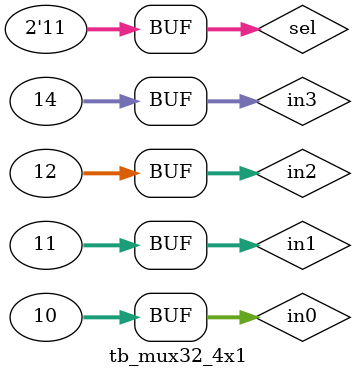
<source format=v>
module mux32(input [31:0] in0, in1, input sel, output [31:0] out );

assign out[31:0]=sel?in1[31:0]:in0[31:0];

endmodule

module mux32_4x1(input [31:0] in0, in1, in2, in3, input [1:0] sel, output [31:0] out );

assign out[31:0]=sel[0]?(sel[1]?in3[31:0]:in1[31:0]):(sel[1]?in2[31:0]:in0[31:0]);

endmodule

module tb_mux32_4x1();
reg[31:0] in0, in1, in2, in3;
reg[1:0] sel;
wire[31:0] out;
mux32_4x1 mux1(in0[31:0], in1[31:0], in2[31:0], in3[31:0], sel[1:0], out[31:0]);

initial begin
	in0=32'd10;
	in1=32'd11;
	in2=32'd12;
	in3=32'd14;
	sel=2'd0;
	#10 sel=2'd1;
	#10 sel= 2'd2;
	#10 sel= 2'd3;
	
end
endmodule
</source>
